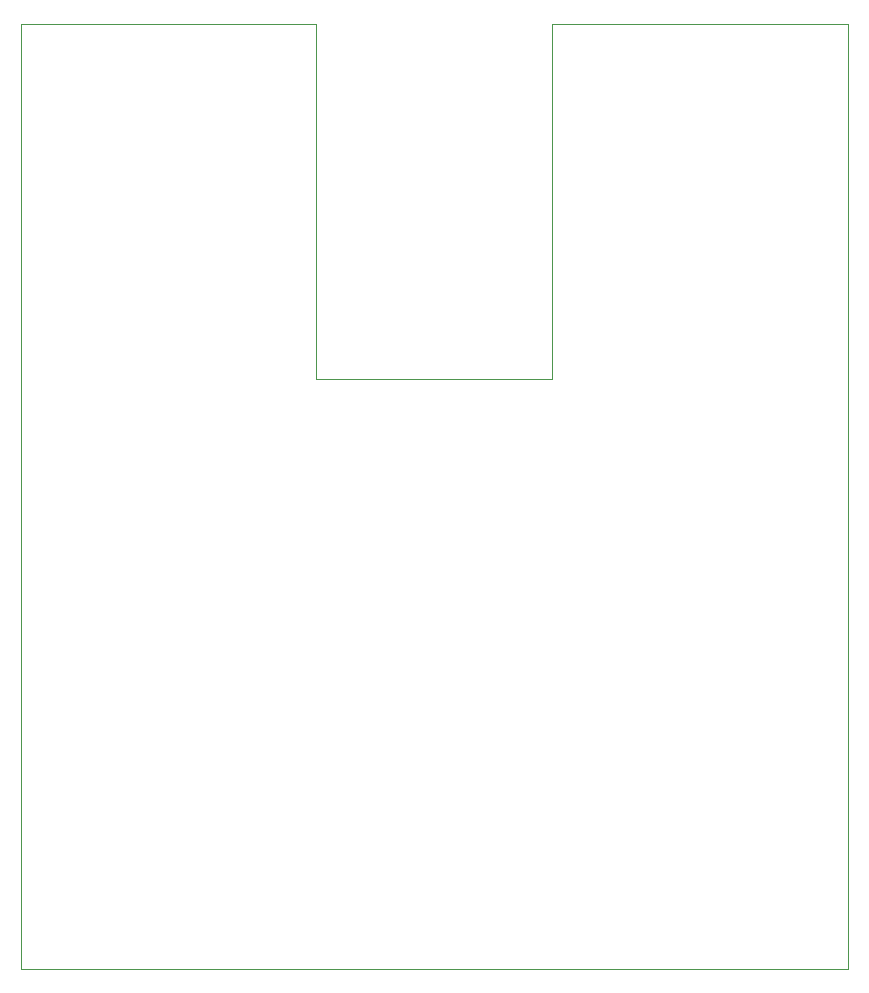
<source format=gbr>
G04 #@! TF.GenerationSoftware,KiCad,Pcbnew,(6.0.9-0)*
G04 #@! TF.CreationDate,2024-06-23T22:48:43+01:00*
G04 #@! TF.ProjectId,BalanceBoard,42616c61-6e63-4654-926f-6172642e6b69,rev?*
G04 #@! TF.SameCoordinates,Original*
G04 #@! TF.FileFunction,Profile,NP*
%FSLAX46Y46*%
G04 Gerber Fmt 4.6, Leading zero omitted, Abs format (unit mm)*
G04 Created by KiCad (PCBNEW (6.0.9-0)) date 2024-06-23 22:48:43*
%MOMM*%
%LPD*%
G01*
G04 APERTURE LIST*
G04 #@! TA.AperFunction,Profile*
%ADD10C,0.050000*%
G04 #@! TD*
G04 APERTURE END LIST*
D10*
X120000000Y-130000000D02*
X50000000Y-130000000D01*
X120000000Y-50000000D02*
X120000000Y-130000000D01*
X95000000Y-80000000D02*
X95000000Y-50000000D01*
X75000000Y-80000000D02*
X95000000Y-80000000D01*
X95000000Y-50000000D02*
X120000000Y-50000000D01*
X50000000Y-50000000D02*
X75000000Y-50000000D01*
X50000000Y-130000000D02*
X50000000Y-50000000D01*
X75000000Y-50000000D02*
X75000000Y-80000000D01*
M02*

</source>
